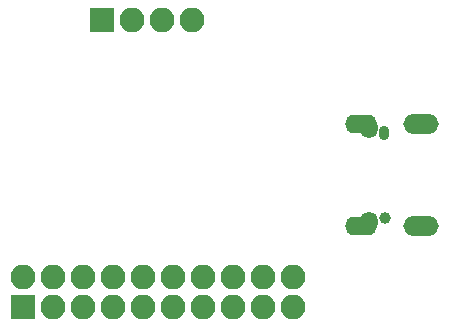
<source format=gbs>
G04 #@! TF.GenerationSoftware,KiCad,Pcbnew,(5.1.0)-1*
G04 #@! TF.CreationDate,2019-05-30T16:28:13+02:00*
G04 #@! TF.ProjectId,converterboard,636f6e76-6572-4746-9572-626f6172642e,rev?*
G04 #@! TF.SameCoordinates,Original*
G04 #@! TF.FileFunction,Soldermask,Bot*
G04 #@! TF.FilePolarity,Negative*
%FSLAX46Y46*%
G04 Gerber Fmt 4.6, Leading zero omitted, Abs format (unit mm)*
G04 Created by KiCad (PCBNEW (5.1.0)-1) date 2019-05-30 16:28:13*
%MOMM*%
%LPD*%
G04 APERTURE LIST*
%ADD10O,2.700000X1.600000*%
%ADD11O,1.500000X1.750000*%
%ADD12O,0.900000X1.250000*%
%ADD13C,1.000000*%
%ADD14O,3.000000X1.700000*%
%ADD15R,2.100000X2.100000*%
%ADD16O,2.100000X2.100000*%
G04 APERTURE END LIST*
D10*
X190750000Y-109580000D03*
D11*
X191400000Y-109900000D03*
X191400000Y-117900000D03*
D10*
X190750000Y-118220000D03*
D12*
X192685000Y-110300000D03*
D13*
X192750000Y-117500000D03*
D14*
X195800000Y-118220000D03*
X195800000Y-109580000D03*
D15*
X168750000Y-100750000D03*
D16*
X171290000Y-100750000D03*
X173830000Y-100750000D03*
X176370000Y-100750000D03*
X184960000Y-122510000D03*
X184960000Y-125050000D03*
X182420000Y-122510000D03*
X182420000Y-125050000D03*
X179880000Y-122510000D03*
X179880000Y-125050000D03*
X177340000Y-122510000D03*
X177340000Y-125050000D03*
X174800000Y-122510000D03*
X174800000Y-125050000D03*
X172260000Y-122510000D03*
X172260000Y-125050000D03*
X169720000Y-122510000D03*
X169720000Y-125050000D03*
X167180000Y-122510000D03*
X167180000Y-125050000D03*
X164640000Y-122510000D03*
X164640000Y-125050000D03*
X162100000Y-122510000D03*
D15*
X162100000Y-125050000D03*
M02*

</source>
